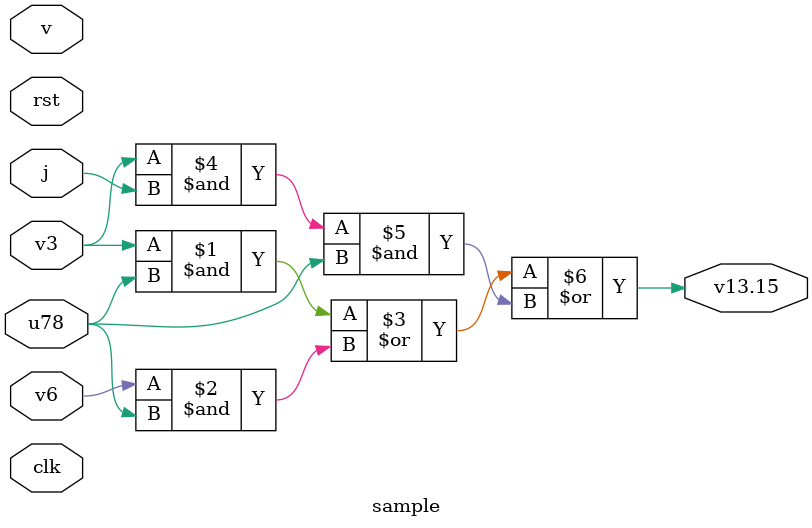
<source format=v>
module sample(clk, rst, v13.15, v3, v6, j, u78, v);
input clk, rst;
output v13.15;
input v3;
input v6;
input j;
input u78;
input v;

wire v3;
wire v6;
wire j;
wire u78;
wire v;
wire v13.15;

assign v13.15 = v3 & u78 | v6 & u78 | v3 & j & u78;

endmodule
</source>
